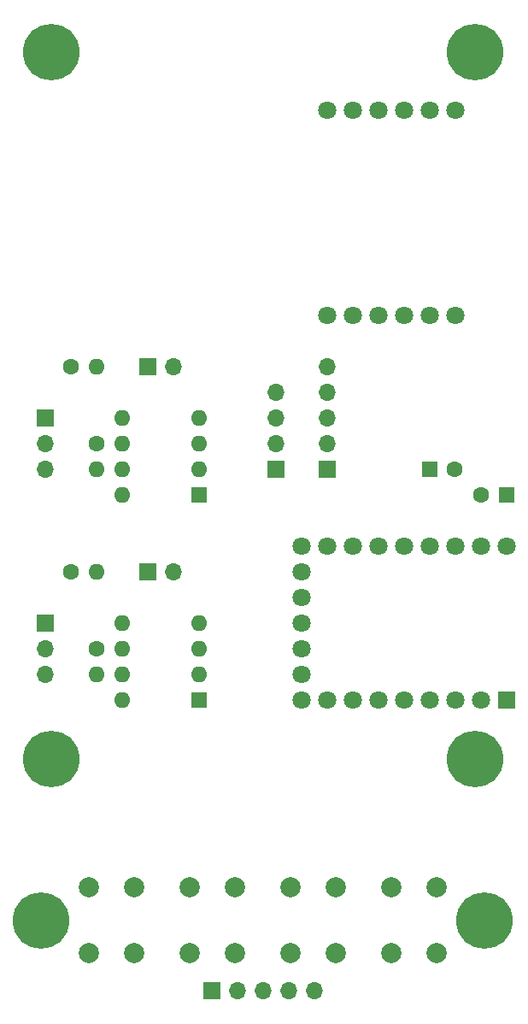
<source format=gbr>
%TF.GenerationSoftware,KiCad,Pcbnew,8.0.9-1.fc40*%
%TF.CreationDate,2025-07-10T00:16:55+02:00*%
%TF.ProjectId,pico-artnet-node,7069636f-2d61-4727-946e-65742d6e6f64,rev?*%
%TF.SameCoordinates,Original*%
%TF.FileFunction,Soldermask,Bot*%
%TF.FilePolarity,Negative*%
%FSLAX46Y46*%
G04 Gerber Fmt 4.6, Leading zero omitted, Abs format (unit mm)*
G04 Created by KiCad (PCBNEW 8.0.9-1.fc40) date 2025-07-10 00:16:55*
%MOMM*%
%LPD*%
G01*
G04 APERTURE LIST*
%ADD10R,1.800000X1.800000*%
%ADD11C,1.800000*%
%ADD12R,1.700000X1.700000*%
%ADD13O,1.700000X1.700000*%
%ADD14R,1.600000X1.600000*%
%ADD15C,1.600000*%
%ADD16C,5.600000*%
%ADD17O,1.600000X1.600000*%
%ADD18C,2.000000*%
G04 APERTURE END LIST*
D10*
%TO.C,U1*%
X198120000Y-109220000D03*
D11*
X195580000Y-109220000D03*
X193040000Y-109220000D03*
X190500000Y-109220000D03*
X187960000Y-109220000D03*
X185420000Y-109220000D03*
X182880000Y-109220000D03*
X180340000Y-109220000D03*
X177800000Y-109220000D03*
X177800000Y-106680000D03*
X177800000Y-104140000D03*
X177800000Y-101600000D03*
X177800000Y-99060000D03*
X177800000Y-96520000D03*
X177800000Y-93980000D03*
X180340000Y-93980000D03*
X182880000Y-93980000D03*
X185420000Y-93980000D03*
X187960000Y-93980000D03*
X190500000Y-93980000D03*
X193040000Y-93980000D03*
X195580000Y-93980000D03*
X198120000Y-93980000D03*
%TD*%
D12*
%TO.C,J2*%
X152400000Y-101600000D03*
D13*
X152400000Y-104140000D03*
X152400000Y-106680000D03*
%TD*%
D14*
%TO.C,C1*%
X198120000Y-88900000D03*
D15*
X195620000Y-88900000D03*
%TD*%
D12*
%TO.C,J1*%
X152400000Y-81280000D03*
D13*
X152400000Y-83820000D03*
X152400000Y-86360000D03*
%TD*%
D16*
%TO.C,H4*%
X195000000Y-115000000D03*
%TD*%
%TO.C,H1*%
X195000000Y-45000000D03*
%TD*%
D14*
%TO.C,U2*%
X167640000Y-88900000D03*
D17*
X167640000Y-86360000D03*
X167640000Y-83820000D03*
X167640000Y-81280000D03*
X160020000Y-81280000D03*
X160020000Y-83820000D03*
X160020000Y-86360000D03*
X160020000Y-88900000D03*
%TD*%
D16*
%TO.C,H6*%
X196000000Y-131000000D03*
%TD*%
D18*
%TO.C,SW4*%
X186750000Y-134250000D03*
X186750000Y-127750000D03*
X191250000Y-134250000D03*
X191250000Y-127750000D03*
%TD*%
D14*
%TO.C,C2*%
X190500000Y-86360000D03*
D15*
X193000000Y-86360000D03*
%TD*%
D18*
%TO.C,SW2*%
X166750000Y-134250000D03*
X166750000Y-127750000D03*
X171250000Y-134250000D03*
X171250000Y-127750000D03*
%TD*%
D12*
%TO.C,J6*%
X162560000Y-76200000D03*
D13*
X165100000Y-76200000D03*
%TD*%
D12*
%TO.C,J5*%
X180340000Y-86360000D03*
D13*
X180340000Y-83820000D03*
X180340000Y-81280000D03*
X180340000Y-78740000D03*
X180340000Y-76200000D03*
%TD*%
D15*
%TO.C,R3*%
X154940000Y-76200000D03*
D17*
X157480000Y-76200000D03*
%TD*%
D18*
%TO.C,SW3*%
X176750000Y-134250000D03*
X176750000Y-127750000D03*
X181250000Y-134250000D03*
X181250000Y-127750000D03*
%TD*%
D12*
%TO.C,J3*%
X175260000Y-86360000D03*
D13*
X175260000Y-83820000D03*
X175260000Y-81280000D03*
X175260000Y-78740000D03*
%TD*%
D16*
%TO.C,H3*%
X153000000Y-115000000D03*
%TD*%
%TO.C,H5*%
X152000000Y-131000000D03*
%TD*%
D14*
%TO.C,U3*%
X167640000Y-109220000D03*
D17*
X167640000Y-106680000D03*
X167640000Y-104140000D03*
X167640000Y-101600000D03*
X160020000Y-101600000D03*
X160020000Y-104140000D03*
X160020000Y-106680000D03*
X160020000Y-109220000D03*
%TD*%
D18*
%TO.C,SW1*%
X156750000Y-134250000D03*
X156750000Y-127750000D03*
X161250000Y-134250000D03*
X161250000Y-127750000D03*
%TD*%
D12*
%TO.C,J7*%
X162560000Y-96520000D03*
D13*
X165100000Y-96520000D03*
%TD*%
D11*
%TO.C,U5*%
X193040000Y-50800000D03*
X190500000Y-50800000D03*
X187960000Y-50800000D03*
X185420000Y-50800000D03*
X182880000Y-50800000D03*
X180340000Y-50800000D03*
X180340000Y-71120000D03*
X182880000Y-71120000D03*
X185420000Y-71120000D03*
X187960000Y-71120000D03*
X190500000Y-71120000D03*
X193040000Y-71120000D03*
%TD*%
D15*
%TO.C,R1*%
X157480000Y-83820000D03*
D17*
X157480000Y-86360000D03*
%TD*%
D16*
%TO.C,H2*%
X153000000Y-45000000D03*
%TD*%
D15*
%TO.C,R4*%
X154940000Y-96520000D03*
D17*
X157480000Y-96520000D03*
%TD*%
D15*
%TO.C,R2*%
X157480000Y-104140000D03*
D17*
X157480000Y-106680000D03*
%TD*%
D12*
%TO.C,J4*%
X168920000Y-138000000D03*
D13*
X171460000Y-138000000D03*
X174000000Y-138000000D03*
X176540000Y-138000000D03*
X179080000Y-138000000D03*
%TD*%
M02*

</source>
